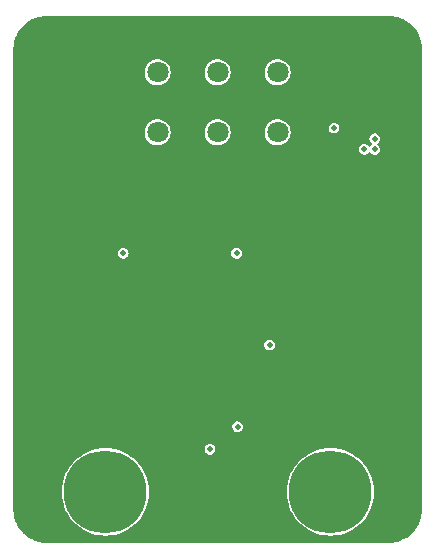
<source format=gbr>
%TF.GenerationSoftware,KiCad,Pcbnew,(5.99.0-12750-ge81b516a82)*%
%TF.CreationDate,2021-11-10T18:22:51+01:00*%
%TF.ProjectId,PrecisionCurrentSource,50726563-6973-4696-9f6e-43757272656e,A*%
%TF.SameCoordinates,Original*%
%TF.FileFunction,Copper,L2,Inr*%
%TF.FilePolarity,Positive*%
%FSLAX46Y46*%
G04 Gerber Fmt 4.6, Leading zero omitted, Abs format (unit mm)*
G04 Created by KiCad (PCBNEW (5.99.0-12750-ge81b516a82)) date 2021-11-10 18:22:51*
%MOMM*%
%LPD*%
G01*
G04 APERTURE LIST*
%TA.AperFunction,ComponentPad*%
%ADD10C,7.000000*%
%TD*%
%TA.AperFunction,ComponentPad*%
%ADD11C,1.800000*%
%TD*%
%TA.AperFunction,ViaPad*%
%ADD12C,0.500000*%
%TD*%
G04 APERTURE END LIST*
D10*
%TO.N,+1V5*%
%TO.C,H1*%
X155550000Y-127500000D03*
%TD*%
%TO.N,Net-(H2-Pad1)*%
%TO.C,H2*%
X136500000Y-127500000D03*
%TD*%
D11*
%TO.N,Net-(R3-Pad1)*%
%TO.C,SW1*%
X151080000Y-97040000D03*
%TO.N,Net-(H2-Pad1)*%
X146000000Y-97040000D03*
%TO.N,Net-(R5-Pad1)*%
X140920000Y-97040000D03*
%TO.N,+BATT*%
X151080000Y-91960000D03*
%TO.N,Net-(BT1-Pad1)*%
X146000000Y-91960000D03*
%TO.N,+BATT*%
X140920000Y-91960000D03*
%TD*%
D12*
%TO.N,GND*%
X130400000Y-110200000D03*
X131500000Y-115700000D03*
X144400000Y-122000000D03*
X142800000Y-99100000D03*
X149200000Y-99100000D03*
X147600000Y-104900000D03*
X134900000Y-119900000D03*
X134900000Y-102000000D03*
X136300000Y-99100000D03*
X157100000Y-118400000D03*
X144200000Y-123000000D03*
X157100000Y-107000000D03*
X134900000Y-99100000D03*
X149500000Y-112700000D03*
X155600000Y-99100000D03*
X142800000Y-121300000D03*
X157100000Y-119800000D03*
X130400000Y-113500000D03*
X141700000Y-121300000D03*
X130400000Y-114600000D03*
X141700000Y-99100000D03*
X157100000Y-99100000D03*
X148000000Y-122600000D03*
X154200000Y-121300000D03*
X158500000Y-95200000D03*
X154800000Y-93300000D03*
X155700000Y-121300000D03*
X134870000Y-94850000D03*
X157100000Y-105900000D03*
X134900000Y-100600000D03*
X132600000Y-110200000D03*
X130400000Y-112400000D03*
X130400000Y-115700000D03*
X150300000Y-121300000D03*
X140565000Y-102200000D03*
X134900000Y-118400000D03*
X154700000Y-95700000D03*
X134900000Y-121300000D03*
X138000000Y-104900000D03*
X150300000Y-99100000D03*
X137800000Y-99100000D03*
X134900000Y-105900000D03*
X150165000Y-102200000D03*
X136400000Y-121300000D03*
X157100000Y-102000000D03*
X157100000Y-121300000D03*
X134900000Y-107000000D03*
X154200000Y-99100000D03*
X157100000Y-100500000D03*
X154800000Y-94700000D03*
X130400000Y-111300000D03*
X131500000Y-110200000D03*
X149200000Y-121300000D03*
X137800000Y-121300000D03*
X132600000Y-115700000D03*
X134700000Y-93900000D03*
X134900000Y-98150000D03*
%TO.N,+BATT*%
X147687173Y-121974346D03*
%TO.N,+4V5*%
X159300000Y-97600000D03*
X150400000Y-115075000D03*
X159300000Y-98500000D03*
X138000000Y-107300000D03*
X158400000Y-98500000D03*
X147600000Y-107300000D03*
%TO.N,/PWR_EN*%
X145350000Y-123900000D03*
X155850000Y-96700000D03*
%TD*%
%TA.AperFunction,Conductor*%
%TO.N,GND*%
G36*
X160488227Y-87202518D02*
G01*
X160488778Y-87202645D01*
X160488779Y-87202645D01*
X160499642Y-87205143D01*
X160510515Y-87202683D01*
X160520797Y-87202701D01*
X160531781Y-87201785D01*
X160807954Y-87217295D01*
X160818976Y-87218536D01*
X161029395Y-87254288D01*
X161117572Y-87269270D01*
X161128396Y-87271740D01*
X161227938Y-87300417D01*
X161419445Y-87355590D01*
X161429918Y-87359255D01*
X161709739Y-87475160D01*
X161719736Y-87479974D01*
X161970692Y-87618673D01*
X161984821Y-87626482D01*
X161994221Y-87632388D01*
X162241236Y-87807654D01*
X162249916Y-87814576D01*
X162475753Y-88016396D01*
X162483604Y-88024247D01*
X162685424Y-88250084D01*
X162692346Y-88258764D01*
X162867612Y-88505779D01*
X162873518Y-88515179D01*
X163020023Y-88780258D01*
X163024840Y-88790261D01*
X163140745Y-89070082D01*
X163144412Y-89080560D01*
X163228260Y-89371604D01*
X163230730Y-89382428D01*
X163278750Y-89665050D01*
X163281463Y-89681019D01*
X163282706Y-89692051D01*
X163298186Y-89967701D01*
X163297341Y-89977630D01*
X163297375Y-89977630D01*
X163297355Y-89988777D01*
X163294857Y-89999642D01*
X163297317Y-90010514D01*
X163297317Y-90010516D01*
X163297559Y-90011583D01*
X163300000Y-90033432D01*
X163300000Y-128966040D01*
X163297482Y-128988227D01*
X163294857Y-128999642D01*
X163297317Y-129010515D01*
X163297299Y-129020797D01*
X163298215Y-129031784D01*
X163282706Y-129307949D01*
X163281464Y-129318976D01*
X163245712Y-129529395D01*
X163230730Y-129617572D01*
X163228260Y-129628396D01*
X163144412Y-129919440D01*
X163140745Y-129929918D01*
X163024840Y-130209739D01*
X163020026Y-130219736D01*
X162973817Y-130303344D01*
X162873518Y-130484821D01*
X162867612Y-130494221D01*
X162692346Y-130741236D01*
X162685424Y-130749916D01*
X162483604Y-130975753D01*
X162475753Y-130983604D01*
X162407260Y-131044813D01*
X162250534Y-131184872D01*
X162249916Y-131185424D01*
X162241236Y-131192346D01*
X161994221Y-131367612D01*
X161984821Y-131373518D01*
X161719736Y-131520026D01*
X161709739Y-131524840D01*
X161429918Y-131640745D01*
X161419445Y-131644410D01*
X161227938Y-131699583D01*
X161128396Y-131728260D01*
X161117572Y-131730730D01*
X161029395Y-131745712D01*
X160818976Y-131781464D01*
X160807954Y-131782705D01*
X160532297Y-131798186D01*
X160522370Y-131797341D01*
X160522370Y-131797375D01*
X160511223Y-131797355D01*
X160500358Y-131794857D01*
X160489486Y-131797317D01*
X160489484Y-131797317D01*
X160488417Y-131797559D01*
X160466568Y-131800000D01*
X131533960Y-131800000D01*
X131511773Y-131797482D01*
X131511222Y-131797355D01*
X131511221Y-131797355D01*
X131500358Y-131794857D01*
X131489485Y-131797317D01*
X131479203Y-131797299D01*
X131468219Y-131798215D01*
X131192046Y-131782705D01*
X131181024Y-131781464D01*
X130970605Y-131745712D01*
X130882428Y-131730730D01*
X130871604Y-131728260D01*
X130772062Y-131699583D01*
X130580555Y-131644410D01*
X130570082Y-131640745D01*
X130290261Y-131524840D01*
X130280264Y-131520026D01*
X130015179Y-131373518D01*
X130005779Y-131367612D01*
X129758764Y-131192346D01*
X129750084Y-131185424D01*
X129749467Y-131184872D01*
X129592740Y-131044813D01*
X129524247Y-130983604D01*
X129516396Y-130975753D01*
X129314576Y-130749916D01*
X129307654Y-130741236D01*
X129132388Y-130494221D01*
X129126482Y-130484821D01*
X129026183Y-130303344D01*
X128979974Y-130219736D01*
X128975160Y-130209739D01*
X128859255Y-129929918D01*
X128855588Y-129919440D01*
X128771740Y-129628396D01*
X128769270Y-129617572D01*
X128754288Y-129529395D01*
X128718536Y-129318976D01*
X128717294Y-129307949D01*
X128701814Y-129032299D01*
X128702659Y-129022370D01*
X128702625Y-129022370D01*
X128702645Y-129011223D01*
X128705143Y-129000358D01*
X128702683Y-128989486D01*
X128702683Y-128989484D01*
X128702441Y-128988417D01*
X128700000Y-128966568D01*
X128700000Y-127500000D01*
X132794422Y-127500000D01*
X132814722Y-127887338D01*
X132875398Y-128270433D01*
X132975786Y-128645087D01*
X133114786Y-129007194D01*
X133290875Y-129352789D01*
X133292286Y-129354961D01*
X133292289Y-129354967D01*
X133500707Y-129675903D01*
X133500713Y-129675911D01*
X133502124Y-129678084D01*
X133746219Y-129979516D01*
X134020484Y-130253781D01*
X134321916Y-130497876D01*
X134324089Y-130499287D01*
X134324097Y-130499293D01*
X134645033Y-130707711D01*
X134645039Y-130707714D01*
X134647211Y-130709125D01*
X134992806Y-130885214D01*
X135354913Y-131024214D01*
X135357416Y-131024885D01*
X135357417Y-131024885D01*
X135727058Y-131123930D01*
X135727063Y-131123931D01*
X135729567Y-131124602D01*
X135732138Y-131125009D01*
X135732137Y-131125009D01*
X136110096Y-131184872D01*
X136110104Y-131184873D01*
X136112662Y-131185278D01*
X136500000Y-131205578D01*
X136887338Y-131185278D01*
X136889896Y-131184873D01*
X136889904Y-131184872D01*
X137267863Y-131125009D01*
X137267862Y-131125009D01*
X137270433Y-131124602D01*
X137272937Y-131123931D01*
X137272942Y-131123930D01*
X137642583Y-131024885D01*
X137642584Y-131024885D01*
X137645087Y-131024214D01*
X138007194Y-130885214D01*
X138352789Y-130709125D01*
X138354961Y-130707714D01*
X138354967Y-130707711D01*
X138675903Y-130499293D01*
X138675911Y-130499287D01*
X138678084Y-130497876D01*
X138979516Y-130253781D01*
X139253781Y-129979516D01*
X139497876Y-129678084D01*
X139499287Y-129675911D01*
X139499293Y-129675903D01*
X139707711Y-129354967D01*
X139707714Y-129354961D01*
X139709125Y-129352789D01*
X139885214Y-129007194D01*
X140024214Y-128645087D01*
X140124602Y-128270433D01*
X140185278Y-127887338D01*
X140205578Y-127500000D01*
X151844422Y-127500000D01*
X151864722Y-127887338D01*
X151925398Y-128270433D01*
X152025786Y-128645087D01*
X152164786Y-129007194D01*
X152340875Y-129352789D01*
X152342286Y-129354961D01*
X152342289Y-129354967D01*
X152550707Y-129675903D01*
X152550713Y-129675911D01*
X152552124Y-129678084D01*
X152796219Y-129979516D01*
X153070484Y-130253781D01*
X153371916Y-130497876D01*
X153374089Y-130499287D01*
X153374097Y-130499293D01*
X153695033Y-130707711D01*
X153695039Y-130707714D01*
X153697211Y-130709125D01*
X154042806Y-130885214D01*
X154404913Y-131024214D01*
X154407416Y-131024885D01*
X154407417Y-131024885D01*
X154777058Y-131123930D01*
X154777063Y-131123931D01*
X154779567Y-131124602D01*
X154782138Y-131125009D01*
X154782137Y-131125009D01*
X155160096Y-131184872D01*
X155160104Y-131184873D01*
X155162662Y-131185278D01*
X155550000Y-131205578D01*
X155937338Y-131185278D01*
X155939896Y-131184873D01*
X155939904Y-131184872D01*
X156317863Y-131125009D01*
X156317862Y-131125009D01*
X156320433Y-131124602D01*
X156322937Y-131123931D01*
X156322942Y-131123930D01*
X156692583Y-131024885D01*
X156692584Y-131024885D01*
X156695087Y-131024214D01*
X157057194Y-130885214D01*
X157402789Y-130709125D01*
X157404961Y-130707714D01*
X157404967Y-130707711D01*
X157725903Y-130499293D01*
X157725911Y-130499287D01*
X157728084Y-130497876D01*
X158029516Y-130253781D01*
X158303781Y-129979516D01*
X158547876Y-129678084D01*
X158549287Y-129675911D01*
X158549293Y-129675903D01*
X158757711Y-129354967D01*
X158757714Y-129354961D01*
X158759125Y-129352789D01*
X158935214Y-129007194D01*
X159074214Y-128645087D01*
X159174602Y-128270433D01*
X159235278Y-127887338D01*
X159255578Y-127500000D01*
X159235278Y-127112662D01*
X159174602Y-126729567D01*
X159074214Y-126354913D01*
X158935214Y-125992806D01*
X158759125Y-125647211D01*
X158757711Y-125645033D01*
X158549293Y-125324097D01*
X158549287Y-125324089D01*
X158547876Y-125321916D01*
X158303781Y-125020484D01*
X158029516Y-124746219D01*
X157728084Y-124502124D01*
X157725911Y-124500713D01*
X157725903Y-124500707D01*
X157404967Y-124292289D01*
X157404961Y-124292286D01*
X157402789Y-124290875D01*
X157057194Y-124114786D01*
X156695087Y-123975786D01*
X156692583Y-123975115D01*
X156322942Y-123876070D01*
X156322937Y-123876069D01*
X156320433Y-123875398D01*
X156279884Y-123868976D01*
X155939904Y-123815128D01*
X155939896Y-123815127D01*
X155937338Y-123814722D01*
X155550000Y-123794422D01*
X155162662Y-123814722D01*
X155160104Y-123815127D01*
X155160096Y-123815128D01*
X154820116Y-123868976D01*
X154779567Y-123875398D01*
X154777063Y-123876069D01*
X154777058Y-123876070D01*
X154407417Y-123975115D01*
X154404913Y-123975786D01*
X154042806Y-124114786D01*
X153697211Y-124290875D01*
X153695039Y-124292286D01*
X153695033Y-124292289D01*
X153374097Y-124500707D01*
X153374089Y-124500713D01*
X153371916Y-124502124D01*
X153070484Y-124746219D01*
X152796219Y-125020484D01*
X152552124Y-125321916D01*
X152550713Y-125324089D01*
X152550707Y-125324097D01*
X152342289Y-125645033D01*
X152340875Y-125647211D01*
X152164786Y-125992806D01*
X152025786Y-126354913D01*
X151925398Y-126729567D01*
X151864722Y-127112662D01*
X151844422Y-127500000D01*
X140205578Y-127500000D01*
X140185278Y-127112662D01*
X140124602Y-126729567D01*
X140024214Y-126354913D01*
X139885214Y-125992806D01*
X139709125Y-125647211D01*
X139707711Y-125645033D01*
X139499293Y-125324097D01*
X139499287Y-125324089D01*
X139497876Y-125321916D01*
X139253781Y-125020484D01*
X138979516Y-124746219D01*
X138678084Y-124502124D01*
X138675911Y-124500713D01*
X138675903Y-124500707D01*
X138354967Y-124292289D01*
X138354961Y-124292286D01*
X138352789Y-124290875D01*
X138007194Y-124114786D01*
X137645087Y-123975786D01*
X137642583Y-123975115D01*
X137341500Y-123894440D01*
X144894901Y-123894440D01*
X144895816Y-123901437D01*
X144895816Y-123901438D01*
X144897082Y-123911120D01*
X144911633Y-124022394D01*
X144914471Y-124028845D01*
X144914472Y-124028847D01*
X144921458Y-124044724D01*
X144963605Y-124140510D01*
X145005122Y-124189901D01*
X145042100Y-124233892D01*
X145042103Y-124233894D01*
X145046639Y-124239291D01*
X145154060Y-124310796D01*
X145160788Y-124312898D01*
X145160790Y-124312899D01*
X145215646Y-124330037D01*
X145277233Y-124349278D01*
X145341744Y-124350461D01*
X145399202Y-124351514D01*
X145399204Y-124351514D01*
X145406255Y-124351643D01*
X145413058Y-124349788D01*
X145413060Y-124349788D01*
X145454828Y-124338400D01*
X145530755Y-124317700D01*
X145640724Y-124250179D01*
X145727322Y-124154507D01*
X145783588Y-124038375D01*
X145804997Y-123911120D01*
X145805133Y-123900000D01*
X145786839Y-123772259D01*
X145733428Y-123654788D01*
X145649193Y-123557028D01*
X145643276Y-123553193D01*
X145643274Y-123553191D01*
X145546824Y-123490677D01*
X145540906Y-123486841D01*
X145534150Y-123484821D01*
X145534149Y-123484820D01*
X145491335Y-123472016D01*
X145417273Y-123449866D01*
X145340644Y-123449398D01*
X145295282Y-123449121D01*
X145288231Y-123449078D01*
X145281454Y-123451015D01*
X145281453Y-123451015D01*
X145170935Y-123482601D01*
X145170933Y-123482602D01*
X145164155Y-123484539D01*
X145055019Y-123553399D01*
X144969596Y-123650122D01*
X144914754Y-123766932D01*
X144894901Y-123894440D01*
X137341500Y-123894440D01*
X137272942Y-123876070D01*
X137272937Y-123876069D01*
X137270433Y-123875398D01*
X137229884Y-123868976D01*
X136889904Y-123815128D01*
X136889896Y-123815127D01*
X136887338Y-123814722D01*
X136500000Y-123794422D01*
X136112662Y-123814722D01*
X136110104Y-123815127D01*
X136110096Y-123815128D01*
X135770116Y-123868976D01*
X135729567Y-123875398D01*
X135727063Y-123876069D01*
X135727058Y-123876070D01*
X135357417Y-123975115D01*
X135354913Y-123975786D01*
X134992806Y-124114786D01*
X134647211Y-124290875D01*
X134645039Y-124292286D01*
X134645033Y-124292289D01*
X134324097Y-124500707D01*
X134324089Y-124500713D01*
X134321916Y-124502124D01*
X134020484Y-124746219D01*
X133746219Y-125020484D01*
X133502124Y-125321916D01*
X133500713Y-125324089D01*
X133500707Y-125324097D01*
X133292289Y-125645033D01*
X133290875Y-125647211D01*
X133114786Y-125992806D01*
X132975786Y-126354913D01*
X132875398Y-126729567D01*
X132814722Y-127112662D01*
X132794422Y-127500000D01*
X128700000Y-127500000D01*
X128700000Y-121968786D01*
X147232074Y-121968786D01*
X147232989Y-121975783D01*
X147232989Y-121975784D01*
X147234255Y-121985466D01*
X147248806Y-122096740D01*
X147251644Y-122103191D01*
X147251645Y-122103193D01*
X147258631Y-122119070D01*
X147300778Y-122214856D01*
X147342295Y-122264246D01*
X147379273Y-122308238D01*
X147379276Y-122308240D01*
X147383812Y-122313637D01*
X147491233Y-122385142D01*
X147497961Y-122387244D01*
X147497963Y-122387245D01*
X147552819Y-122404383D01*
X147614406Y-122423624D01*
X147678917Y-122424806D01*
X147736375Y-122425860D01*
X147736377Y-122425860D01*
X147743428Y-122425989D01*
X147750231Y-122424134D01*
X147750233Y-122424134D01*
X147792001Y-122412746D01*
X147867928Y-122392046D01*
X147977897Y-122324525D01*
X148064495Y-122228853D01*
X148120761Y-122112721D01*
X148142170Y-121985466D01*
X148142306Y-121974346D01*
X148124012Y-121846605D01*
X148070601Y-121729134D01*
X147986366Y-121631374D01*
X147980449Y-121627539D01*
X147980447Y-121627537D01*
X147883997Y-121565023D01*
X147878079Y-121561187D01*
X147871323Y-121559167D01*
X147871322Y-121559166D01*
X147828508Y-121546362D01*
X147754446Y-121524212D01*
X147677817Y-121523744D01*
X147632455Y-121523467D01*
X147625404Y-121523424D01*
X147618627Y-121525361D01*
X147618626Y-121525361D01*
X147508108Y-121556947D01*
X147508106Y-121556948D01*
X147501328Y-121558885D01*
X147392192Y-121627745D01*
X147306769Y-121724468D01*
X147251927Y-121841278D01*
X147232074Y-121968786D01*
X128700000Y-121968786D01*
X128700000Y-115069440D01*
X149944901Y-115069440D01*
X149945816Y-115076437D01*
X149945816Y-115076438D01*
X149947082Y-115086120D01*
X149961633Y-115197394D01*
X149964471Y-115203845D01*
X149964472Y-115203847D01*
X149971458Y-115219724D01*
X150013605Y-115315510D01*
X150055122Y-115364900D01*
X150092100Y-115408892D01*
X150092103Y-115408894D01*
X150096639Y-115414291D01*
X150204060Y-115485796D01*
X150210788Y-115487898D01*
X150210790Y-115487899D01*
X150265647Y-115505037D01*
X150327233Y-115524278D01*
X150391744Y-115525461D01*
X150449202Y-115526514D01*
X150449204Y-115526514D01*
X150456255Y-115526643D01*
X150463058Y-115524788D01*
X150463060Y-115524788D01*
X150504828Y-115513400D01*
X150580755Y-115492700D01*
X150690724Y-115425179D01*
X150777322Y-115329507D01*
X150833588Y-115213375D01*
X150854997Y-115086120D01*
X150855133Y-115075000D01*
X150836839Y-114947259D01*
X150783428Y-114829788D01*
X150699193Y-114732028D01*
X150693276Y-114728193D01*
X150693274Y-114728191D01*
X150596824Y-114665677D01*
X150590906Y-114661841D01*
X150584150Y-114659821D01*
X150584149Y-114659820D01*
X150541335Y-114647016D01*
X150467273Y-114624866D01*
X150390644Y-114624398D01*
X150345282Y-114624121D01*
X150338231Y-114624078D01*
X150331454Y-114626015D01*
X150331453Y-114626015D01*
X150220935Y-114657601D01*
X150220933Y-114657602D01*
X150214155Y-114659539D01*
X150105019Y-114728399D01*
X150019596Y-114825122D01*
X149964754Y-114941932D01*
X149944901Y-115069440D01*
X128700000Y-115069440D01*
X128700000Y-107294440D01*
X137544901Y-107294440D01*
X137545816Y-107301437D01*
X137545816Y-107301438D01*
X137547082Y-107311120D01*
X137561633Y-107422394D01*
X137564471Y-107428845D01*
X137564472Y-107428847D01*
X137571458Y-107444724D01*
X137613605Y-107540510D01*
X137655122Y-107589900D01*
X137692100Y-107633892D01*
X137692103Y-107633894D01*
X137696639Y-107639291D01*
X137804060Y-107710796D01*
X137810788Y-107712898D01*
X137810790Y-107712899D01*
X137865647Y-107730037D01*
X137927233Y-107749278D01*
X137991744Y-107750461D01*
X138049202Y-107751514D01*
X138049204Y-107751514D01*
X138056255Y-107751643D01*
X138063058Y-107749788D01*
X138063060Y-107749788D01*
X138104828Y-107738400D01*
X138180755Y-107717700D01*
X138290724Y-107650179D01*
X138377322Y-107554507D01*
X138433588Y-107438375D01*
X138454997Y-107311120D01*
X138455133Y-107300000D01*
X138454337Y-107294440D01*
X147144901Y-107294440D01*
X147145816Y-107301437D01*
X147145816Y-107301438D01*
X147147082Y-107311120D01*
X147161633Y-107422394D01*
X147164471Y-107428845D01*
X147164472Y-107428847D01*
X147171458Y-107444724D01*
X147213605Y-107540510D01*
X147255122Y-107589900D01*
X147292100Y-107633892D01*
X147292103Y-107633894D01*
X147296639Y-107639291D01*
X147404060Y-107710796D01*
X147410788Y-107712898D01*
X147410790Y-107712899D01*
X147465647Y-107730037D01*
X147527233Y-107749278D01*
X147591744Y-107750461D01*
X147649202Y-107751514D01*
X147649204Y-107751514D01*
X147656255Y-107751643D01*
X147663058Y-107749788D01*
X147663060Y-107749788D01*
X147704828Y-107738400D01*
X147780755Y-107717700D01*
X147890724Y-107650179D01*
X147977322Y-107554507D01*
X148033588Y-107438375D01*
X148054997Y-107311120D01*
X148055133Y-107300000D01*
X148036839Y-107172259D01*
X147983428Y-107054788D01*
X147899193Y-106957028D01*
X147893276Y-106953193D01*
X147893274Y-106953191D01*
X147796824Y-106890677D01*
X147790906Y-106886841D01*
X147784150Y-106884821D01*
X147784149Y-106884820D01*
X147741335Y-106872016D01*
X147667273Y-106849866D01*
X147590644Y-106849398D01*
X147545282Y-106849121D01*
X147538231Y-106849078D01*
X147531454Y-106851015D01*
X147531453Y-106851015D01*
X147420935Y-106882601D01*
X147420933Y-106882602D01*
X147414155Y-106884539D01*
X147305019Y-106953399D01*
X147219596Y-107050122D01*
X147164754Y-107166932D01*
X147144901Y-107294440D01*
X138454337Y-107294440D01*
X138436839Y-107172259D01*
X138383428Y-107054788D01*
X138299193Y-106957028D01*
X138293276Y-106953193D01*
X138293274Y-106953191D01*
X138196824Y-106890677D01*
X138190906Y-106886841D01*
X138184150Y-106884821D01*
X138184149Y-106884820D01*
X138141335Y-106872016D01*
X138067273Y-106849866D01*
X137990644Y-106849398D01*
X137945282Y-106849121D01*
X137938231Y-106849078D01*
X137931454Y-106851015D01*
X137931453Y-106851015D01*
X137820935Y-106882601D01*
X137820933Y-106882602D01*
X137814155Y-106884539D01*
X137705019Y-106953399D01*
X137619596Y-107050122D01*
X137564754Y-107166932D01*
X137544901Y-107294440D01*
X128700000Y-107294440D01*
X128700000Y-98494440D01*
X157944901Y-98494440D01*
X157945816Y-98501437D01*
X157945816Y-98501438D01*
X157947082Y-98511120D01*
X157961633Y-98622394D01*
X157964471Y-98628845D01*
X157964472Y-98628847D01*
X158007720Y-98727135D01*
X158013605Y-98740510D01*
X158055122Y-98789900D01*
X158092100Y-98833892D01*
X158092103Y-98833894D01*
X158096639Y-98839291D01*
X158204060Y-98910796D01*
X158210788Y-98912898D01*
X158210790Y-98912899D01*
X158265646Y-98930037D01*
X158327233Y-98949278D01*
X158391744Y-98950460D01*
X158449202Y-98951514D01*
X158449204Y-98951514D01*
X158456255Y-98951643D01*
X158463058Y-98949788D01*
X158463060Y-98949788D01*
X158504828Y-98938400D01*
X158580755Y-98917700D01*
X158690724Y-98850179D01*
X158777322Y-98754507D01*
X158779651Y-98756615D01*
X158817404Y-98727135D01*
X158878553Y-98725016D01*
X158927022Y-98756472D01*
X158929765Y-98759735D01*
X158996639Y-98839291D01*
X159104060Y-98910796D01*
X159110788Y-98912898D01*
X159110790Y-98912899D01*
X159165646Y-98930037D01*
X159227233Y-98949278D01*
X159291744Y-98950460D01*
X159349202Y-98951514D01*
X159349204Y-98951514D01*
X159356255Y-98951643D01*
X159363058Y-98949788D01*
X159363060Y-98949788D01*
X159404828Y-98938400D01*
X159480755Y-98917700D01*
X159590724Y-98850179D01*
X159677322Y-98754507D01*
X159733588Y-98638375D01*
X159754997Y-98511120D01*
X159755133Y-98500000D01*
X159736839Y-98372259D01*
X159683428Y-98254788D01*
X159599193Y-98157028D01*
X159562856Y-98133476D01*
X159524309Y-98085960D01*
X159521053Y-98024861D01*
X159554331Y-97973518D01*
X159564894Y-97966038D01*
X159590724Y-97950179D01*
X159637128Y-97898913D01*
X159672590Y-97859735D01*
X159672590Y-97859734D01*
X159677322Y-97854507D01*
X159733588Y-97738375D01*
X159754997Y-97611120D01*
X159755133Y-97600000D01*
X159736839Y-97472259D01*
X159683428Y-97354788D01*
X159599193Y-97257028D01*
X159593276Y-97253193D01*
X159593274Y-97253191D01*
X159496824Y-97190677D01*
X159490906Y-97186841D01*
X159484150Y-97184821D01*
X159484149Y-97184820D01*
X159441335Y-97172016D01*
X159367273Y-97149866D01*
X159290644Y-97149398D01*
X159245282Y-97149121D01*
X159238231Y-97149078D01*
X159231454Y-97151015D01*
X159231453Y-97151015D01*
X159120935Y-97182601D01*
X159120933Y-97182602D01*
X159114155Y-97184539D01*
X159005019Y-97253399D01*
X158919596Y-97350122D01*
X158864754Y-97466932D01*
X158844901Y-97594440D01*
X158845816Y-97601437D01*
X158845816Y-97601438D01*
X158847082Y-97611120D01*
X158861633Y-97722394D01*
X158864471Y-97728845D01*
X158864472Y-97728847D01*
X158906521Y-97824411D01*
X158913605Y-97840510D01*
X158955122Y-97889900D01*
X158992100Y-97933892D01*
X158992103Y-97933894D01*
X158996639Y-97939291D01*
X159036813Y-97966033D01*
X159038700Y-97967289D01*
X159076664Y-98015273D01*
X159079173Y-98076407D01*
X159045269Y-98127340D01*
X159036671Y-98133428D01*
X159005019Y-98153399D01*
X158928488Y-98240053D01*
X158923761Y-98245406D01*
X158871069Y-98276506D01*
X158810160Y-98270694D01*
X158774558Y-98244494D01*
X158703798Y-98162372D01*
X158703797Y-98162371D01*
X158699193Y-98157028D01*
X158693275Y-98153192D01*
X158693274Y-98153191D01*
X158596824Y-98090677D01*
X158590906Y-98086841D01*
X158584150Y-98084821D01*
X158584149Y-98084820D01*
X158541335Y-98072016D01*
X158467273Y-98049866D01*
X158390644Y-98049398D01*
X158345282Y-98049121D01*
X158338231Y-98049078D01*
X158331454Y-98051015D01*
X158331453Y-98051015D01*
X158220935Y-98082601D01*
X158220933Y-98082602D01*
X158214155Y-98084539D01*
X158105019Y-98153399D01*
X158019596Y-98250122D01*
X157964754Y-98366932D01*
X157944901Y-98494440D01*
X128700000Y-98494440D01*
X128700000Y-97011069D01*
X139815164Y-97011069D01*
X139817727Y-97050179D01*
X139826534Y-97184539D01*
X139828392Y-97212894D01*
X139829508Y-97217287D01*
X139829508Y-97217289D01*
X139863243Y-97350122D01*
X139878178Y-97408928D01*
X139962856Y-97592607D01*
X140079588Y-97757780D01*
X140224466Y-97898913D01*
X140392637Y-98011282D01*
X140578470Y-98091122D01*
X140775740Y-98135760D01*
X140977842Y-98143700D01*
X141031377Y-98135938D01*
X141173519Y-98115329D01*
X141173522Y-98115328D01*
X141178007Y-98114678D01*
X141290749Y-98076407D01*
X141365234Y-98051123D01*
X141365237Y-98051121D01*
X141369531Y-98049664D01*
X141546001Y-97950837D01*
X141701505Y-97821505D01*
X141830837Y-97666001D01*
X141929664Y-97489531D01*
X141933157Y-97479243D01*
X141993219Y-97302304D01*
X141994678Y-97298007D01*
X142000380Y-97258684D01*
X142023283Y-97100717D01*
X142023700Y-97097842D01*
X142024852Y-97053871D01*
X142025139Y-97042913D01*
X142025139Y-97042908D01*
X142025215Y-97040000D01*
X142022557Y-97011069D01*
X144895164Y-97011069D01*
X144897727Y-97050179D01*
X144906534Y-97184539D01*
X144908392Y-97212894D01*
X144909508Y-97217287D01*
X144909508Y-97217289D01*
X144943243Y-97350122D01*
X144958178Y-97408928D01*
X145042856Y-97592607D01*
X145159588Y-97757780D01*
X145304466Y-97898913D01*
X145472637Y-98011282D01*
X145658470Y-98091122D01*
X145855740Y-98135760D01*
X146057842Y-98143700D01*
X146111377Y-98135938D01*
X146253519Y-98115329D01*
X146253522Y-98115328D01*
X146258007Y-98114678D01*
X146370749Y-98076407D01*
X146445234Y-98051123D01*
X146445237Y-98051121D01*
X146449531Y-98049664D01*
X146626001Y-97950837D01*
X146781505Y-97821505D01*
X146910837Y-97666001D01*
X147009664Y-97489531D01*
X147013157Y-97479243D01*
X147073219Y-97302304D01*
X147074678Y-97298007D01*
X147080380Y-97258684D01*
X147103283Y-97100717D01*
X147103700Y-97097842D01*
X147104852Y-97053871D01*
X147105139Y-97042913D01*
X147105139Y-97042908D01*
X147105215Y-97040000D01*
X147102557Y-97011069D01*
X149975164Y-97011069D01*
X149977727Y-97050179D01*
X149986534Y-97184539D01*
X149988392Y-97212894D01*
X149989508Y-97217287D01*
X149989508Y-97217289D01*
X150023243Y-97350122D01*
X150038178Y-97408928D01*
X150122856Y-97592607D01*
X150239588Y-97757780D01*
X150384466Y-97898913D01*
X150552637Y-98011282D01*
X150738470Y-98091122D01*
X150935740Y-98135760D01*
X151137842Y-98143700D01*
X151191377Y-98135938D01*
X151333519Y-98115329D01*
X151333522Y-98115328D01*
X151338007Y-98114678D01*
X151450749Y-98076407D01*
X151525234Y-98051123D01*
X151525237Y-98051121D01*
X151529531Y-98049664D01*
X151706001Y-97950837D01*
X151861505Y-97821505D01*
X151990837Y-97666001D01*
X152089664Y-97489531D01*
X152093157Y-97479243D01*
X152153219Y-97302304D01*
X152154678Y-97298007D01*
X152160380Y-97258684D01*
X152183283Y-97100717D01*
X152183700Y-97097842D01*
X152184852Y-97053871D01*
X152185139Y-97042913D01*
X152185139Y-97042908D01*
X152185215Y-97040000D01*
X152166708Y-96838591D01*
X152126053Y-96694440D01*
X155394901Y-96694440D01*
X155395816Y-96701437D01*
X155395816Y-96701438D01*
X155397082Y-96711120D01*
X155411633Y-96822394D01*
X155414471Y-96828845D01*
X155414472Y-96828847D01*
X155421458Y-96844724D01*
X155463605Y-96940510D01*
X155505122Y-96989901D01*
X155542100Y-97033892D01*
X155542103Y-97033894D01*
X155546639Y-97039291D01*
X155654060Y-97110796D01*
X155660788Y-97112898D01*
X155660790Y-97112899D01*
X155715646Y-97130037D01*
X155777233Y-97149278D01*
X155841744Y-97150461D01*
X155899202Y-97151514D01*
X155899204Y-97151514D01*
X155906255Y-97151643D01*
X155913058Y-97149788D01*
X155913060Y-97149788D01*
X155954828Y-97138400D01*
X156030755Y-97117700D01*
X156140724Y-97050179D01*
X156176125Y-97011069D01*
X156222590Y-96959735D01*
X156222590Y-96959734D01*
X156227322Y-96954507D01*
X156283588Y-96838375D01*
X156304997Y-96711120D01*
X156305133Y-96700000D01*
X156286839Y-96572259D01*
X156233428Y-96454788D01*
X156149193Y-96357028D01*
X156143276Y-96353193D01*
X156143274Y-96353191D01*
X156046824Y-96290677D01*
X156040906Y-96286841D01*
X156034150Y-96284821D01*
X156034149Y-96284820D01*
X155991335Y-96272016D01*
X155917273Y-96249866D01*
X155840644Y-96249398D01*
X155795282Y-96249121D01*
X155788231Y-96249078D01*
X155781454Y-96251015D01*
X155781453Y-96251015D01*
X155670935Y-96282601D01*
X155670933Y-96282602D01*
X155664155Y-96284539D01*
X155555019Y-96353399D01*
X155469596Y-96450122D01*
X155414754Y-96566932D01*
X155394901Y-96694440D01*
X152126053Y-96694440D01*
X152111807Y-96643926D01*
X152022351Y-96462527D01*
X151901335Y-96300467D01*
X151752812Y-96163174D01*
X151730125Y-96148859D01*
X151585594Y-96057667D01*
X151581757Y-96055246D01*
X151393898Y-95980298D01*
X151195526Y-95940839D01*
X151095930Y-95939535D01*
X150997826Y-95938251D01*
X150997821Y-95938251D01*
X150993286Y-95938192D01*
X150988813Y-95938961D01*
X150988808Y-95938961D01*
X150890245Y-95955898D01*
X150793949Y-95972444D01*
X150604193Y-96042449D01*
X150430371Y-96145862D01*
X150426956Y-96148857D01*
X150426953Y-96148859D01*
X150410630Y-96163174D01*
X150278305Y-96279220D01*
X150275497Y-96282782D01*
X150216967Y-96357028D01*
X150153089Y-96438057D01*
X150058914Y-96617053D01*
X150057569Y-96621384D01*
X150057568Y-96621387D01*
X150029706Y-96711120D01*
X149998937Y-96810213D01*
X149975164Y-97011069D01*
X147102557Y-97011069D01*
X147086708Y-96838591D01*
X147031807Y-96643926D01*
X146942351Y-96462527D01*
X146821335Y-96300467D01*
X146672812Y-96163174D01*
X146650125Y-96148859D01*
X146505594Y-96057667D01*
X146501757Y-96055246D01*
X146313898Y-95980298D01*
X146115526Y-95940839D01*
X146015930Y-95939535D01*
X145917826Y-95938251D01*
X145917821Y-95938251D01*
X145913286Y-95938192D01*
X145908813Y-95938961D01*
X145908808Y-95938961D01*
X145810245Y-95955898D01*
X145713949Y-95972444D01*
X145524193Y-96042449D01*
X145350371Y-96145862D01*
X145346956Y-96148857D01*
X145346953Y-96148859D01*
X145330630Y-96163174D01*
X145198305Y-96279220D01*
X145195497Y-96282782D01*
X145136967Y-96357028D01*
X145073089Y-96438057D01*
X144978914Y-96617053D01*
X144977569Y-96621384D01*
X144977568Y-96621387D01*
X144949706Y-96711120D01*
X144918937Y-96810213D01*
X144895164Y-97011069D01*
X142022557Y-97011069D01*
X142006708Y-96838591D01*
X141951807Y-96643926D01*
X141862351Y-96462527D01*
X141741335Y-96300467D01*
X141592812Y-96163174D01*
X141570125Y-96148859D01*
X141425594Y-96057667D01*
X141421757Y-96055246D01*
X141233898Y-95980298D01*
X141035526Y-95940839D01*
X140935930Y-95939535D01*
X140837826Y-95938251D01*
X140837821Y-95938251D01*
X140833286Y-95938192D01*
X140828813Y-95938961D01*
X140828808Y-95938961D01*
X140730245Y-95955898D01*
X140633949Y-95972444D01*
X140444193Y-96042449D01*
X140270371Y-96145862D01*
X140266956Y-96148857D01*
X140266953Y-96148859D01*
X140250630Y-96163174D01*
X140118305Y-96279220D01*
X140115497Y-96282782D01*
X140056967Y-96357028D01*
X139993089Y-96438057D01*
X139898914Y-96617053D01*
X139897569Y-96621384D01*
X139897568Y-96621387D01*
X139869706Y-96711120D01*
X139838937Y-96810213D01*
X139815164Y-97011069D01*
X128700000Y-97011069D01*
X128700000Y-91931069D01*
X139815164Y-91931069D01*
X139828392Y-92132894D01*
X139878178Y-92328928D01*
X139962856Y-92512607D01*
X140079588Y-92677780D01*
X140224466Y-92818913D01*
X140392637Y-92931282D01*
X140578470Y-93011122D01*
X140775740Y-93055760D01*
X140977842Y-93063700D01*
X141031377Y-93055938D01*
X141173519Y-93035329D01*
X141173522Y-93035328D01*
X141178007Y-93034678D01*
X141273769Y-93002171D01*
X141365234Y-92971123D01*
X141365237Y-92971121D01*
X141369531Y-92969664D01*
X141546001Y-92870837D01*
X141701505Y-92741505D01*
X141830837Y-92586001D01*
X141929664Y-92409531D01*
X141994678Y-92218007D01*
X142023700Y-92017842D01*
X142025215Y-91960000D01*
X142022557Y-91931069D01*
X144895164Y-91931069D01*
X144908392Y-92132894D01*
X144958178Y-92328928D01*
X145042856Y-92512607D01*
X145159588Y-92677780D01*
X145304466Y-92818913D01*
X145472637Y-92931282D01*
X145658470Y-93011122D01*
X145855740Y-93055760D01*
X146057842Y-93063700D01*
X146111377Y-93055938D01*
X146253519Y-93035329D01*
X146253522Y-93035328D01*
X146258007Y-93034678D01*
X146353769Y-93002171D01*
X146445234Y-92971123D01*
X146445237Y-92971121D01*
X146449531Y-92969664D01*
X146626001Y-92870837D01*
X146781505Y-92741505D01*
X146910837Y-92586001D01*
X147009664Y-92409531D01*
X147074678Y-92218007D01*
X147103700Y-92017842D01*
X147105215Y-91960000D01*
X147102557Y-91931069D01*
X149975164Y-91931069D01*
X149988392Y-92132894D01*
X150038178Y-92328928D01*
X150122856Y-92512607D01*
X150239588Y-92677780D01*
X150384466Y-92818913D01*
X150552637Y-92931282D01*
X150738470Y-93011122D01*
X150935740Y-93055760D01*
X151137842Y-93063700D01*
X151191377Y-93055938D01*
X151333519Y-93035329D01*
X151333522Y-93035328D01*
X151338007Y-93034678D01*
X151433769Y-93002171D01*
X151525234Y-92971123D01*
X151525237Y-92971121D01*
X151529531Y-92969664D01*
X151706001Y-92870837D01*
X151861505Y-92741505D01*
X151990837Y-92586001D01*
X152089664Y-92409531D01*
X152154678Y-92218007D01*
X152183700Y-92017842D01*
X152185215Y-91960000D01*
X152166708Y-91758591D01*
X152111807Y-91563926D01*
X152022351Y-91382527D01*
X151901335Y-91220467D01*
X151752812Y-91083174D01*
X151730125Y-91068859D01*
X151585594Y-90977667D01*
X151581757Y-90975246D01*
X151393898Y-90900298D01*
X151195526Y-90860839D01*
X151095930Y-90859535D01*
X150997826Y-90858251D01*
X150997821Y-90858251D01*
X150993286Y-90858192D01*
X150988813Y-90858961D01*
X150988808Y-90858961D01*
X150890245Y-90875898D01*
X150793949Y-90892444D01*
X150604193Y-90962449D01*
X150430371Y-91065862D01*
X150426956Y-91068857D01*
X150426953Y-91068859D01*
X150410630Y-91083174D01*
X150278305Y-91199220D01*
X150153089Y-91358057D01*
X150058914Y-91537053D01*
X149998937Y-91730213D01*
X149975164Y-91931069D01*
X147102557Y-91931069D01*
X147086708Y-91758591D01*
X147031807Y-91563926D01*
X146942351Y-91382527D01*
X146821335Y-91220467D01*
X146672812Y-91083174D01*
X146650125Y-91068859D01*
X146505594Y-90977667D01*
X146501757Y-90975246D01*
X146313898Y-90900298D01*
X146115526Y-90860839D01*
X146015930Y-90859535D01*
X145917826Y-90858251D01*
X145917821Y-90858251D01*
X145913286Y-90858192D01*
X145908813Y-90858961D01*
X145908808Y-90858961D01*
X145810245Y-90875898D01*
X145713949Y-90892444D01*
X145524193Y-90962449D01*
X145350371Y-91065862D01*
X145346956Y-91068857D01*
X145346953Y-91068859D01*
X145330630Y-91083174D01*
X145198305Y-91199220D01*
X145073089Y-91358057D01*
X144978914Y-91537053D01*
X144918937Y-91730213D01*
X144895164Y-91931069D01*
X142022557Y-91931069D01*
X142006708Y-91758591D01*
X141951807Y-91563926D01*
X141862351Y-91382527D01*
X141741335Y-91220467D01*
X141592812Y-91083174D01*
X141570125Y-91068859D01*
X141425594Y-90977667D01*
X141421757Y-90975246D01*
X141233898Y-90900298D01*
X141035526Y-90860839D01*
X140935930Y-90859535D01*
X140837826Y-90858251D01*
X140837821Y-90858251D01*
X140833286Y-90858192D01*
X140828813Y-90858961D01*
X140828808Y-90858961D01*
X140730245Y-90875898D01*
X140633949Y-90892444D01*
X140444193Y-90962449D01*
X140270371Y-91065862D01*
X140266956Y-91068857D01*
X140266953Y-91068859D01*
X140250630Y-91083174D01*
X140118305Y-91199220D01*
X139993089Y-91358057D01*
X139898914Y-91537053D01*
X139838937Y-91730213D01*
X139815164Y-91931069D01*
X128700000Y-91931069D01*
X128700000Y-90033960D01*
X128702518Y-90011773D01*
X128702645Y-90011222D01*
X128702645Y-90011221D01*
X128705143Y-90000358D01*
X128702683Y-89989485D01*
X128702701Y-89979203D01*
X128701785Y-89968216D01*
X128717294Y-89692051D01*
X128718537Y-89681019D01*
X128721251Y-89665050D01*
X128769270Y-89382428D01*
X128771740Y-89371604D01*
X128855588Y-89080560D01*
X128859255Y-89070082D01*
X128975160Y-88790261D01*
X128979977Y-88780258D01*
X129126482Y-88515179D01*
X129132388Y-88505779D01*
X129307654Y-88258764D01*
X129314576Y-88250084D01*
X129516396Y-88024247D01*
X129524247Y-88016396D01*
X129750084Y-87814576D01*
X129758764Y-87807654D01*
X130005779Y-87632388D01*
X130015179Y-87626482D01*
X130029308Y-87618673D01*
X130280264Y-87479974D01*
X130290261Y-87475160D01*
X130570082Y-87359255D01*
X130580555Y-87355590D01*
X130772062Y-87300417D01*
X130871604Y-87271740D01*
X130882428Y-87269270D01*
X130970605Y-87254288D01*
X131181024Y-87218536D01*
X131192046Y-87217295D01*
X131467703Y-87201814D01*
X131477630Y-87202659D01*
X131477630Y-87202625D01*
X131488777Y-87202645D01*
X131499642Y-87205143D01*
X131510514Y-87202683D01*
X131510516Y-87202683D01*
X131511583Y-87202441D01*
X131533432Y-87200000D01*
X160466040Y-87200000D01*
X160488227Y-87202518D01*
G37*
%TD.AperFunction*%
%TD*%
M02*

</source>
